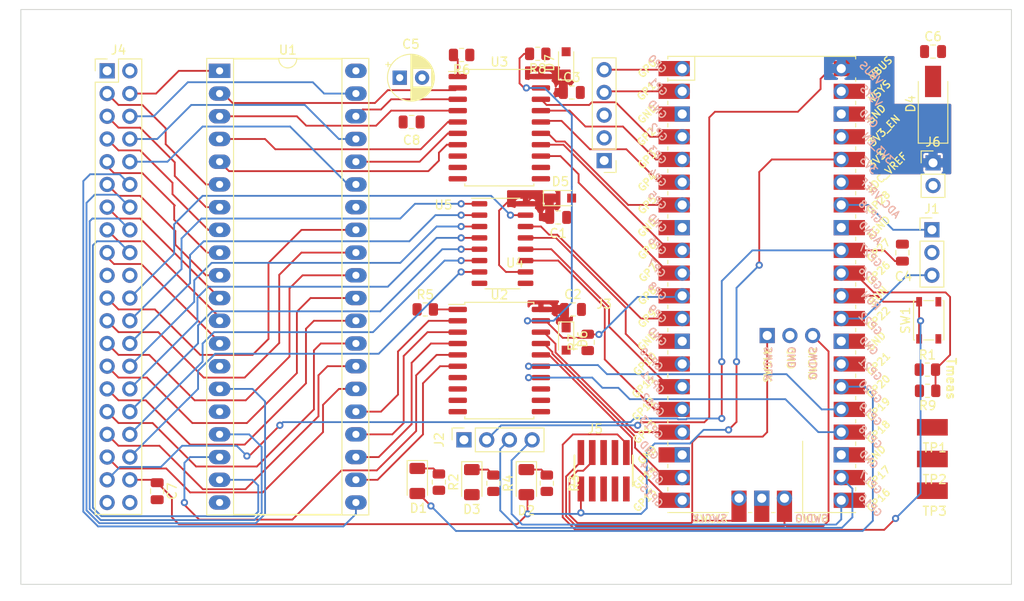
<source format=kicad_pcb>
(kicad_pcb (version 20211014) (generator pcbnew)
  (layers (0 "F.Cu" signal) (31 "B.Cu" signal) (34 "B.Paste" user) (35 "F.Paste" user) (36 "B.SilkS" user "B.Silkscreen") (37 "F.SilkS" user "F.Silkscreen") (38 "B.Mask" user) (39 "F.Mask" user) (44 "Edge.Cuts" user))
  (net 0 "")
  (net 1 "+5V")
  (net 2 "GND")
  (net 3 "+3V3")
  (net 4 "Net-(D1-Pad1)")
  (net 5 "/LED")
  (net 6 "Net-(D2-Pad1)")
  (net 7 "Net-(D3-Pad1)")
  (net 8 "+5VA")
  (net 9 "Net-(D5-Pad1)")
  (net 10 "/HID")
  (net 11 "/Serial")
  (net 12 "/OLED_SCL")
  (net 13 "/OLED_SDA")
  (net 16 "/RX_2040")
  (net 17 "/TX_2040")
  (net 18 "/COL0")
  (net 19 "/ROW0")
  (net 20 "/COL1")
  (net 21 "/ROW1")
  (net 22 "/COL2")
  (net 23 "/ROW2")
  (net 24 "/COL3")
  (net 25 "/ROW3")
  (net 26 "/COL4")
  (net 27 "/ROW4")
  (net 28 "/COL5")
  (net 29 "/ROW5")
  (net 30 "/COL6")
  (net 31 "/ROW6")
  (net 32 "/COL7")
  (net 33 "/ROW7")
  (net 36 "/COL8")
  (net 37 "/SH0")
  (net 38 "/COL9")
  (net 39 "/SH1")
  (net 40 "/COL10")
  (net 41 "/SH2")
  (net 42 "/COL11")
  (net 43 "/SH3")
  (net 44 "/COL12")
  (net 45 "/SH4")
  (net 46 "/COL13")
  (net 47 "/SH5")
  (net 48 "/COL14")
  (net 49 "/SH6")
  (net 50 "/COL15")
  (net 51 "/SH7")
  (net 52 "/ADID")
  (net 53 "/SWDIO")
  (net 54 "/SWCLK")
  (net 58 "/RUN")
  (net 59 "/TMEAS")
  (net 60 "Net-(R6-Pad2)")
  (net 61 "/245s_CE")
  (net 62 "/AY2")
  (net 63 "/RESET")
  (net 64 "/AX3")
  (net 65 "/AX0")
  (net 67 "/STROBE")
  (net 68 "/AX1")
  (net 69 "/AX2")
  (net 70 "/AY0")
  (net 71 "/AY1")
  (net 73 "/CS")
  (net 74 "/DATA")
  (net 75 "/rpAX2")
  (net 76 "/rpAX1")
  (net 77 "/rpAY0")
  (net 78 "/rpAY1")
  (net 79 "/rpAX0")
  (net 80 "/rpAX3")
  (net 81 "/rpRESET")
  (net 82 "/rpAY2")
  (net 83 "/rpCS")
  (net 84 "/rpDATA")
  (net 85 "/rpSTROBE")
  (net 86 "/595_DATA")
  (net 87 "/595_CLK")
  (net 88 "/595_Latch")
  (net 89 "/~{595_OE}")
  (net 90 "Net-(U3-Pad20)")
  (net 92 "Net-(R5-Pad2)")
  (net 95 "Net-(U2-Pad20)")
  (footprint "Connector_PinHeader_2.54mm:PinHeader_2x20_P2.54mm_Vertical" (layer "F.Cu") (at 112.644 61.0832)
    (fp_text reference "J4")
    (fp_text value "Conn_02x20_Odd_Even")
  )
  (footprint "Diode_SMD:D_SMA_Handsoldering" (layer "F.Cu") (at 204.978 64.77 90)
    (fp_text reference "D4")
    (fp_text value "SM4001")
  )
  (footprint "My Libraries:Harwin-S1751-46-Test-Point" (layer "F.Cu") (at 204.9018 100.9346)
    (fp_text reference "TP1")
    (fp_text value "TestPoint_Harwin")
  )
  (footprint "My Libraries:Harwin-S1751-46-Test-Point" (layer "F.Cu") (at 204.9018 108.0212)
    (fp_text reference "TP3")
    (fp_text value "TestPoint_Harwin")
  )
  (footprint "LED_SMD:LED_1206_3216Metric" (layer "F.Cu") (at 153.416 107.061 -90)
    (fp_text reference "D3")
    (fp_text value "+5V")
  )
  (footprint "Connector_PinHeader_2.54mm:PinHeader_1x03_P2.54mm_Vertical" (layer "F.Cu") (at 204.851 78.8516)
    (fp_text reference "J1")
    (fp_text value "Mode Select")
  )
  (footprint "Connector_PinHeader_2.54mm:PinHeader_1x02_P2.54mm_Vertical" (layer "F.Cu") (at 204.978 71.369)
    (fp_text reference "J6")
    (fp_text value "Pico VBUS")
  )
  (footprint "Resistor_SMD:R_0805_2012Metric" (layer "F.Cu") (at 204.343 94.488)
    (fp_text reference "R1")
    (fp_text value "1M")
  )
  (footprint "Capacitor_SMD:C_0805_2012Metric" (layer "F.Cu") (at 146.685 66.802)
    (fp_text reference "C8")
    (fp_text value "10u")
  )
  (footprint "Capacitor_SMD:C_0805_2012Metric" (layer "F.Cu") (at 163.068 77.47)
    (fp_text reference "C1")
    (fp_text value "10u")
  )
  (footprint "LED_SMD:LED_1206_3216Metric" (layer "F.Cu") (at 147.32 106.934 -90)
    (fp_text reference "D1")
    (fp_text value "L")
  )
  (footprint "Resistor_SMD:R_0805_2012Metric" (layer "F.Cu") (at 152.273 59.309 180)
    (fp_text reference "R6")
    (fp_text value "10k")
  )
  (footprint "Package_SO:SO-16_3.9x9.9mm_P1.27mm" (layer "F.Cu") (at 156.845 80.391)
    (fp_text reference "U5")
    (fp_text value "74HCT595-VERIFY-FOOTPRINT")
  )
  (footprint "Connector_PinSocket_2.54mm:PinSocket_1x04_P2.54mm_Vertical" (layer "F.Cu") (at 152.537 102.337 90)
    (fp_text reference "J2")
    (fp_text value "OLED Adapter")
  )
  (footprint "Button_Switch_SMD:SW_SPST_PTS810" (layer "F.Cu") (at 204.4954 88.9712 90)
    (fp_text reference "SW1")
    (fp_text value "Reset Pico")
  )
  (footprint "Resistor_SMD:R_0805_2012Metric" (layer "F.Cu") (at 149.733 107.061 -90)
    (fp_text reference "R2")
    (fp_text value "1k")
  )
  (footprint "Capacitor_SMD:C_0805_2012Metric" (layer "F.Cu") (at 164.719 87.757)
    (fp_text reference "C2")
    (fp_text value "10u")
  )
  (footprint "Resistor_SMD:R_0805_2012Metric" (layer "F.Cu") (at 155.829 107.188 -90)
    (fp_text reference "R4")
    (fp_text value "1k")
  )
  (footprint "LED_SMD:LED_1206_3216Metric" (layer "F.Cu") (at 159.512 107.061 -90)
    (fp_text reference "D2")
    (fp_text value "+3V3")
  )
  (footprint "FTSH-105-01-L-DV-K:SAMTEC_FTSH-105-XX-X-DV" (layer "F.Cu") (at 168.148 105.791)
    (fp_text reference "J5")
    (fp_text value "SWD")
  )
  (footprint "Resistor_SMD:R_0805_2012Metric" (layer "F.Cu") (at 166.37 91.44 90)
    (fp_text reference "R7")
    (fp_text value "10k")
  )
  (footprint "Package_SO:SOIC-20W_7.5x12.8mm_P1.27mm" (layer "F.Cu") (at 156.4894 93.472)
    (fp_text reference "U2")
    (fp_text value "74HCT245")
  )
  (footprint "Package_DIP:DIP-40_W15.24mm_Socket_LongPads" (layer "F.Cu") (at 125.217 61.0832)
    (fp_text reference "U1")
    (fp_text value "MT8816")
  )
  (footprint "Capacitor_SMD:C_0805_2012Metric" (layer "F.Cu") (at 204.978 58.928)
    (fp_text reference "C6")
    (fp_text value "10u")
  )
  (footprint "Connector_PinHeader_2.54mm:PinHeader_1x05_P2.54mm_Vertical" (layer "F.Cu") (at 168.2115 71.115 180)
    (fp_text reference "J3")
    (fp_text value "Serial")
  )
  (footprint "My Libraries:RPi_Pico_W_Combined_SMD_TH" (layer "F.Cu") (at 185.8264 84.9632)
    (fp_text reference "U4")
    (fp_text value "Pico")
  )
  (footprint "MountingHole:MountingHole_2.2mm_M2" (layer "F.Cu") (at 209.8294 56.1036)
    (fp_text reference "H2" hide)
    (fp_text value "MountingHole")
  )
  (footprint "MountingHole:MountingHole_2.2mm_M2" (layer "F.Cu") (at 210.0072 115.4888)
    (fp_text reference "H4" hide)
    (fp_text value "MountingHole")
  )
  (footprint "Resistor_SMD:R_0805_2012Metric" (layer "F.Cu") (at 161.798 107.188 -90)
    (fp_text reference "R3")
    (fp_text value "1k")
  )
  (footprint "Capacitor_SMD:C_0805_2012Metric" (layer "F.Cu") (at 118.237 108.077 -90)
    (fp_text reference "C7")
    (fp_text value "100n")
  )
  (footprint "MountingHole:MountingHole_2.2mm_M2" (layer "F.Cu") (at 106.4768 116.3066)
    (fp_text reference "H3" hide)
    (fp_text value "MountingHole")
  )
  (footprint "Resistor_SMD:R_0805_2012Metric" (layer "F.Cu") (at 160.782 59.182 180)
    (fp_text reference "R8")
    (fp_text value "10k")
  )
  (footprint "My Libraries:Harwin-S1751-46-Test-Point" (layer "F.Cu") (at 204.9018 104.4779)
    (fp_text reference "TP2")
    (fp_text value "TestPoint_Harwin")
  )
  (footprint "Diode_SMD:D_SOD-323_HandSoldering" (layer "F.Cu") (at 163.322 75.311)
    (fp_text reference "D5")
    (fp_text value "NSVR0320MW2T1G")
  )
  (footprint "Capacitor_SMD:C_0805_2012Metric" (layer "F.Cu") (at 164.592 63.5)
    (fp_text reference "C3")
    (fp_text value "10u")
  )
  (footprint "MountingHole:MountingHole_2.2mm_M2" (layer "F.Cu") (at 105.8164 56.9214)
    (fp_text reference "H1" hide)
    (fp_text value "MountingHole")
  )
  (footprint "Resistor_SMD:R_0805_2012Metric" (layer "F.Cu") (at 148.209 87.757)
    (fp_text reference "R5")
    (fp_text value "10k")
  )
  (footprint "Capacitor_SMD:C_0805_2012Metric" (layer "F.Cu") (at 201.549 81.407 90)
    (fp_text reference "C4")
    (fp_text value "100n")
  )
  (footprint "Diode_SMD:D_SOD-323_HandSoldering" (layer "F.Cu") (at 163.957 60.198 90)
    (fp_text reference "D7")
    (fp_text value "NSVR0320MW2T1G")
  )
  (footprint "Package_SO:SOIC-20W_7.5x12.8mm_P1.27mm" (layer "F.Cu") (at 156.4894 67.437)
    (fp_text reference "U3")
    (fp_text value "74HCT245")
  )
  (footprint "Resistor_SMD:R_0805_2012Metric" (layer "F.Cu") (at 204.3684 96.8552 180)
    (fp_text reference "R9")
    (fp_text value "1M")
  )
  (footprint "Capacitor_THT:CP_Radial_D5.0mm_P2.50mm" (layer "F.Cu") (at 145.352888 61.849)
    (fp_text reference "C5")
    (fp_text value "100u")
  )
  (footprint "Diode_SMD:D_SOD-323_HandSoldering" (layer "F.Cu") (at 163.957 91.059 -90)
    (fp_text reference "D6")
    (fp_text value "NSVR0320MW2T1G")
  )
  (gr_rect (start 102.997 54.229) (end 213.741 118.491) (layer "Edge.Cuts") (width 0.1) (fill none))
  (gr_text "Tmeas" (at 207.01 95.504 270) (layer "F.SilkS") (effects (font (size 1 1) (thickness 0.2))))
  (segment (start 120.65 111.76) (end 158.496 111.76) (width 0.2032) (layer "F.Cu") (net 3))
  (segment (start 115.184 106.8032) (end 117.9132 106.8032) (width 0.2032) (layer "F.Cu") (net 3))
  (segment (start 185.547 72.39) (end 186.944 70.993) (width 0.2032) (layer "F.Cu") (net 3))
  (segment (start 118.237 107.127) (end 119.888 108.778) (width 0.2032) (layer "F.Cu") (net 3))
  (segment (start 182.118 101.219) (end 183.007 100.33) (width 0.2032) (layer "F.Cu") (net 3))
  (segment (start 159.639 108.588) (end 159.639 110.617) (width 0.2032) (layer "F.Cu") (net 3))
  (segment (start 119.888 108.778) (end 119.888 110.998) (width 0.2032) (layer "F.Cu") (net 3))
  (segment (start 159.512 108.461) (end 159.639 108.588) (width 0.2032) (layer "F.Cu") (net 3))
  (segment (start 119.888 110.998) (end 120.65 111.76) (width 0.2032) (layer "F.Cu") (net 3))
  (segment (start 159.512 108.461) (end 159.639 108.334) (width 0.2032) (layer "F.Cu") (net 3))
  (segment (start 183.007 100.33) (end 183.007 93.599) (width 0.2032) (layer "F.Cu") (net 3))
  (segment (start 194.7162 70.993) (end 194.7164 70.9932) (width 0.2032) (layer "F.Cu") (net 3))
  (segment (start 165.608 110.49) (end 165.608 107.826) (width 0.2032) (layer "F.Cu") (net 3))
  (segment (start 117.9132 106.8032) (end 118.237 107.127) (width 0.2032) (layer "F.Cu") (net 3))
  (segment (start 185.547 82.804) (end 185.547 72.39) (width 0.2032) (layer "F.Cu") (net 3))
  (segment (start 159.639 108.334) (end 159.639 108.331) (width 0.2032) (layer "F.Cu") (net 3))
  (segment (start 158.496 111.76) (end 159.639 110.617) (width 0.2032) (layer "F.Cu") (net 3))
  (segment (start 186.944 70.993) (end 194.7162 70.993) (width 0.2032) (layer "F.Cu") (net 3))
  (via (at 159.639 110.617) (size 0.8) (drill 0.4) (layers "F.Cu" "B.Cu") (net 3))
  (via (at 165.608 110.49) (size 0.8) (drill 0.4) (layers "F.Cu" "B.Cu") (net 3))
  (via (at 182.118 101.219) (size 0.8) (drill 0.4) (layers "F.Cu" "B.Cu") (net 3))
  (via (at 183.007 93.599) (size 0.8) (drill 0.4) (layers "F.Cu" "B.Cu") (net 3))
  (via (at 185.547 82.804) (size 0.8) (drill 0.4) (layers "F.Cu" "B.Cu") (net 3))
  (segment (start 172.339 110.617) (end 172.974 109.982) (width 0.2032) (layer "B.Cu") (net 3))
  (segment (start 172.974 103.632) (end 173.863 102.743) (width 0.2032) (layer "B.Cu") (net 3))
  (segment (start 159.639 110.617) (end 165.481 110.617) (width 0.2032) (layer "B.Cu") (net 3))
  (segment (start 165.481 110.617) (end 165.608 110.49) (width 0.2032) (layer "B.Cu") (net 3))
  (segment (start 173.863 102.743) (end 177.8 102.743) (width 0.2032) (layer "B.Cu") (net 3))
  (segment (start 183.007 93.599) (end 183.007 85.344) (width 0.2032) (layer "B.Cu") (net 3))
  (segment (start 165.608 110.49) (end 165.735 110.617) (width 0.2032) (layer "B.Cu") (net 3))
  (segment (start 165.735 110.617) (end 172.339 110.617) (width 0.2032) (layer "B.Cu") (net 3))
  (segment (start 172.974 109.982) (end 172.974 103.632) (width 0.2032) (layer "B.Cu") (net 3))
  (segment (start 177.8 102.743) (end 179.324 101.219) (width 0.2032) (layer "B.Cu") (net 3))
  (segment (start 179.324 101.219) (end 182.118 101.219) (width 0.2032) (layer "B.Cu") (net 3))
  (segment (start 183.007 85.344) (end 185.547 82.804) (width 0.2032) (layer "B.Cu") (net 3))
  (segment (start 149.1185 105.534) (end 149.733 106.1485) (width 0.2032) (layer "F.Cu") (net 4))
  (segment (start 147.32 105.534) (end 149.1185 105.534) (width 0.2032) (layer "F.Cu") (net 4))
  (segment (start 147.45 108.334) (end 148.844 109.728) (width 0.2032) (layer "F.Cu") (net 5))
  (segment (start 147.32 108.334) (end 147.45 108.334) (width 0.2032) (layer "F.Cu") (net 5))
  (via (at 148.844 109.728) (size 0.8) (drill 0.4) (layers "F.Cu" "B.Cu") (net 5))
  (segment (start 197.3582 96.3932) (end 198.247 97.282) (width 0.2032) (layer "B.Cu") (net 5))
  (segment (start 151.638 112.522) (end 148.844 109.728) (width 0.2032) (layer "B.Cu") (net 5))
  (segment (start 194.7164 96.3932) (end 197.3582 96.3932) (width 0.2032) (layer "B.Cu") (net 5))
  (segment (start 198.247 111.379) (end 197.104 112.522) (width 0.2032) (layer "B.Cu") (net 5))
  (segment (start 197.104 112.522) (end 151.638 112.522) (width 0.2032) (layer "B.Cu") (net 5))
  (segment (start 198.247 97.282) (end 198.247 111.379) (width 0.2032) (layer "B.Cu") (net 5))
  (segment (start 161.1835 105.661) (end 161.798 106.2755) (width 0.2032) (layer "F.Cu") (net 6))
  (segment (start 159.512 105.661) (end 161.1835 105.661) (width 0.2032) (layer "F.Cu") (net 6))
  (segment (start 155.2145 105.661) (end 155.829 106.2755) (width 0.2032) (layer "F.Cu") (net 7))
  (segment (start 153.416 105.661) (end 155.2145 105.661) (width 0.2032) (layer "F.Cu") (net 7))
  (segment (start 193.5478 60.8332) (end 194.7164 60.8332) (width 0.2032) (layer "F.Cu") (net 8))
  (segment (start 189.865 65.659) (end 192.405 63.119) (width 0.2032) (layer "F.Cu") (net 8))
  (segment (start 179.959 66.294) (end 180.594 65.659) (width 0.2032) (layer "F.Cu") (net 8))
  (segment (start 180.594 65.659) (end 189.865 65.659) (width 0.2032) (layer "F.Cu") (net 8))
  (segment (start 171.958 100.711) (end 172.299311 100.369689) (width 0.2032) (layer "F.Cu") (net 8))
  (segment (start 192.405 61.976) (end 193.5478 60.8332) (width 0.2032) (layer "F.Cu") (net 8))
  (segment (start 179.411311 100.369689) (end 179.959 99.822) (width 0.2032) (layer "F.Cu") (net 8))
  (segment (start 179.959 99.822) (end 179.959 66.294) (width 0.2032) (layer "F.Cu") (net 8))
  (segment (start 192.405 63.119) (end 192.405 61.976) (width 0.2032) (layer "F.Cu") (net 8))
  (segment (start 172.299311 100.369689) (end 179.411311 100.369689) (width 0.2032) (layer "F.Cu") (net 8))
  (via (at 171.958 100.711) (size 0.8) (drill 0.4) (layers "F.Cu" "B.Cu") (net 8))
  (segment (start 156.703 100.711) (end 171.958 100.711) (width 0.2032) (layer "B.Cu") (net 8))
  (segment (start 155.077 102.337) (end 156.703 100.711) (width 0.2032) (layer "B.Cu") (net 8))
  (segment (start 162.072 75.311) (end 162.072 77.424) (width 0.2032) (layer "F.Cu") (net 9))
  (segment (start 162.072 77.424) (end 162.118 77.47) (width 0.2032) (layer "F.Cu") (net 9))
  (segment (start 156.464 76.708) (end 157.353 75.819) (width 0.2032) (layer "F.Cu") (net 9))
  (segment (start 160.055 75.311) (end 162.072 75.311) (width 0.2032) (layer "F.Cu") (net 9))
  (segment (start 159.42 75.946) (end 160.055 75.311) (width 0.2032) (layer "F.Cu") (net 9))
  (segment (start 159.42 83.566) (end 157.226 83.566) (width 0.2032) (layer "F.Cu") (net 9))
  (segment (start 157.226 83.566) (end 156.464 82.804) (width 0.2032) (layer "F.Cu") (net 9))
  (segment (start 157.353 75.819) (end 159.293 75.819) (width 0.2032) (layer "F.Cu") (net 9))
  (segment (start 159.293 75.819) (end 159.42 75.946) (width 0.2032) (layer "F.Cu") (net 9))
  (segment (start 156.464 82.804) (end 156.464 76.708) (width 0.2032) (layer "F.Cu") (net 9))
  (segment (start 197.7392 76.0732) (end 200.5176 78.8516) (width 0.2032) (layer "B.Cu") (net 10))
  (segment (start 194.7164 76.0732) (end 197.7392 76.0732) (width 0.2032) (layer "B.Cu") (net 10))
  (segment (start 200.5176 78.8516) (end 204.851 78.8516) (width 0.2032) (layer "B.Cu") (net 10))
  (segment (start 202.0724 83.9316) (end 204.851 83.9316) (width 0.2032) (layer "B.Cu") (net 11))
  (segment (start 197.2308 88.7732) (end 202.0724 83.9316) (width 0.2032) (layer "B.Cu") (net 11))
  (segment (start 194.7164 88.7732) (end 197.2308 88.7732) (width 0.2032) (layer "B.Cu") (net 11))
  (segment (start 195.961 107.7978) (end 195.961 110.998) (width 0.2032) (layer "B.Cu") (net 12))
  (segment (start 158.521889 112.166889) (end 156.591 110.236) (width 0.2032) (layer "B.Cu") (net 12))
  (segment (start 156.591 103.363) (end 157.617 102.337) (width 0.2032) (layer "B.Cu") (net 12))
  (segment (start 195.961 110.998) (end 194.792111 112.166889) (width 0.2032) (layer "B.Cu") (net 12))
  (segment (start 194.792111 112.166889) (end 158.521889 112.166889) (width 0.2032) (layer "B.Cu") (net 12))
  (segment (start 156.591 110.236) (end 156.591 103.363) (width 0.2032) (layer "B.Cu") (net 12))
  (segment (start 194.7164 106.5532) (end 195.961 107.7978) (width 0.2032) (layer "B.Cu") (net 12))
  (segment (start 194.7164 111.2266) (end 194.131222 111.811778) (width 0.2032) (layer "B.Cu") (net 13))
  (segment (start 157.861 110.617) (end 157.861 104.633) (width 0.2032) (layer "B.Cu") (net 13))
  (segment (start 157.861 104.633) (end 160.157 102.337) (width 0.2032) (layer "B.Cu") (net 13))
  (segment (start 194.131222 111.811778) (end 159.055778 111.811778) (width 0.2032) (layer "B.Cu") (net 13))
  (segment (start 194.7164 109.0932) (end 194.7164 111.2266) (width 0.2032) (layer "B.Cu") (net 13))
  (segment (start 159.055778 111.811778) (end 157.861 110.617) (width 0.2032) (layer "B.Cu") (net 13))
  (segment (start 176.9364 63.3732) (end 168.3333 63.3732) (width 0.2032) (layer "F.Cu") (net 16))
  (segment (start 168.3333 63.3732) (end 168.2115 63.495) (width 0.2032) (layer "F.Cu") (net 16))
  (segment (start 176.9364 60.8332) (end 176.8146 60.955) (width 0.2032) (layer "F.Cu") (net 17))
  (segment (start 176.8146 60.955) (end 168.2115 60.955) (width 0.2032) (layer "F.Cu") (net 17))
  (segment (start 130.683 82.55) (end 134.3698 78.8632) (width 0.2032) (layer "F.Cu") (net 18))
  (segment (start 113.9178 87.757) (end 117.983 87.757) (width 0.2032) (layer "F.Cu") (net 18))
  (segment (start 117.983 87.757) (end 123.063 92.837) (width 0.2032) (layer "F.Cu") (net 18))
  (segment (start 134.3698 78.8632) (end 140.457 78.8632) (width 0.2032) (layer "F.Cu") (net 18))
  (segment (start 130.683 91.059) (end 130.683 82.55) (width 0.2032) (layer "F.Cu") (net 18))
  (segment (start 128.905 92.837) (end 130.683 91.059) (width 0.2032) (layer "F.Cu") (net 18))
  (segment (start 123.063 92.837) (end 128.905 92.837) (width 0.2032) (layer "F.Cu") (net 18))
  (segment (start 112.644 86.4832) (end 113.9178 87.757) (width 0.2032) (layer "F.Cu") (net 18))
  (segment (start 119.38 71.247) (end 119.3762 71.2432) (width 0.2032) (layer "B.Cu") (net 19))
  (segment (start 133.096 67.31) (end 123.317 67.31) (width 0.2032) (layer "B.Cu") (net 19))
  (segment (start 140.457 73.7832) (end 139.5692 73.7832) (width 0.2032) (layer "B.Cu") (net 19))
  (segment (start 139.5692 73.7832) (end 133.096 67.31) (width 0.2032) (layer "B.Cu") (net 19))
  (segment (start 123.317 67.31) (end 119.38 71.247) (width 0.2032) (layer "B.Cu") (net 19))
  (segment (start 119.3762 71.2432) (end 115.184 71.2432) (width 0.2032) (layer "B.Cu") (net 19))
  (segment (start 140.457 81.4032) (end 134.3698 81.4032) (width 0.2032) (layer "F.Cu") (net 20))
  (segment (start 123.444 95.377) (end 118.364 90.297) (width 0.2032) (layer "F.Cu") (net 20))
  (segment (start 131.8851 83.8879) (end 131.8851 91.5079) (width 0.2032) (layer "F.Cu") (net 20))
  (segment (start 118.364 90.297) (end 113.9178 90.297) (width 0.2032) (layer "F.Cu") (net 20))
  (segment (start 128.016 95.377) (end 123.444 95.377) (width 0.2032) (layer "F.Cu") (net 20))
  (segment (start 113.9178 90.297) (end 112.644 89.0232) (width 0.2032) (layer "F.Cu") (net 20))
  (segment (start 131.8851 91.5079) (end 128.016 95.377) (width 0.2032) (layer "F.Cu") (net 20))
  (segment (start 134.3698 81.4032) (end 131.8851 83.8879) (width 0.2032) (layer "F.Cu") (net 20))
  (segment (start 140.457 68.7032) (end 138.5532 68.7032) (width 0.2032) (layer "B.Cu") (net 21))
  (segment (start 118.2408 68.7032) (end 115.184 68.7032) (width 0.2032) (layer "B.Cu") (net 21))
  (segment (start 134.747 64.897) (end 122.047 64.897) (width 0.2032) (layer "B.Cu") (net 21))
  (segment (start 122.047 64.897) (end 118.2408 68.7032) (width 0.2032) (layer "B.Cu") (net 21))
  (segment (start 138.5532 68.7032) (end 134.747 64.897) (width 0.2032) (layer "B.Cu") (net 21))
  (segment (start 140.457 83.9432) (end 134.4968 83.9432) (width 0.2032) (layer "F.Cu") (net 22))
  (segment (start 133.0325 85.4075) (end 133.0325 93.0275) (width 0.2032) (layer "F.Cu") (net 22))
  (segment (start 113.9178 92.837) (end 112.644 91.5632) (width 0.2032) (layer "F.Cu") (net 22))
  (segment (start 134.4968 83.9432) (end 133.0325 85.4075) (width 0.2032) (layer "F.Cu") (net 22))
  (segment (start 122.428 97.917) (end 117.348 92.837) (width 0.2032) (layer "F.Cu") (net 22))
  (segment (start 117.348 92.837) (end 113.9178 92.837) (width 0.2032) (layer "F.Cu") (net 22))
  (segment (start 133.0325 93.0275) (end 128.143 97.917) (width 0.2032) (layer "F.Cu") (net 22))
  (segment (start 128.143 97.917) (end 122.428 97.917) (width 0.2032) (layer "F.Cu") (net 22))
  (segment (start 136.9022 63.6232) (end 135.636 62.357) (width 0.2032) (layer "B.Cu") (net 23))
  (segment (start 140.457 63.6232) (end 136.9022 63.6232) (width 0.2032) (layer "B.Cu") (net 23))
  (segment (start 135.636 62.357) (end 121.666 62.357) (width 0.2032) (layer "B.Cu") (net 23))
  (segment (start 117.8598 66.1632) (end 115.184 66.1632) (width 0.2032) (layer "B.Cu") (net 23))
  (segment (start 121.666 62.357) (end 117.8598 66.1632) (width 0.2032) (layer "B.Cu") (net 23))
  (segment (start 122.174 100.457) (end 117.094 95.377) (width 0.2032) (layer "F.Cu") (net 24))
  (segment (start 133.858 94.869) (end 128.27 100.457) (width 0.2032) (layer "F.Cu") (net 24))
  (segment (start 140.457 86.4832) (end 135.3858 86.4832) (width 0.2032) (layer "F.Cu") (net 24))
  (segment (start 117.094 95.377) (end 113.9178 95.377) (width 0.2032) (layer "F.Cu") (net 24))
  (segment (start 133.858 88.011) (end 133.858 94.869) (width 0.2032) (layer "F.Cu") (net 24))
  (segment (start 128.27 100.457) (end 122.174 100.457) (width 0.2032) (layer "F.Cu") (net 24))
  (segment (start 135.3858 86.4832) (end 133.858 88.011) (width 0.2032) (layer "F.Cu") (net 24))
  (segment (start 113.9178 95.377) (end 112.644 94.1032) (width 0.2032) (layer "F.Cu") (net 24))
  (segment (start 115.184 63.6232) (end 118.1138 63.6232) (width 0.2032) (layer "F.Cu") (net 25))
  (segment (start 118.1138 63.6232) (end 120.6538 61.0832) (width 0.2032) (layer "F.Cu") (net 25))
  (segment (start 120.6538 61.0832) (end 125.217 61.0832) (width 0.2032) (layer "F.Cu") (net 25))
  (segment (start 121.92 102.87) (end 116.967 97.917) (width 0.2032) (layer "F.Cu") (net 26))
  (segment (start 134.874 89.916) (end 134.874 96.012) (width 0.2032) (layer "F.Cu") (net 26))
  (segment (start 140.457 89.0232) (end 135.7668 89.0232) (width 0.2032) (layer "F.Cu") (net 26))
  (segment (start 128.016 102.87) (end 121.92 102.87) (width 0.2032) (layer "F.Cu") (net 26))
  (segment (start 113.9178 97.917) (end 112.644 96.6432) (width 0.2032) (layer "F.Cu") (net 26))
  (segment (start 116.967 97.917) (end 113.9178 97.917) (width 0.2032) (layer "F.Cu") (net 26))
  (segment (start 134.874 96.012) (end 128.016 102.87) (width 0.2032) (layer "F.Cu") (net 26))
  (segment (start 135.7668 89.0232) (end 134.874 89.916) (width 0.2032) (layer "F.Cu") (net 26))
  (segment (start 109.982 110.363) (end 111.633 112.014) (width 0.2032) (layer "B.Cu") (net 27))
  (segment (start 110.744 72.644) (end 109.982 73.406) (width 0.2032) (layer "B.Cu") (net 27))
  (segment (start 115.184 73.7832) (end 114.0448 72.644) (width 0.2032) (layer "B.Cu") (net 27))
  (segment (start 111.633 112.014) (end 139.055 112.014) (width 0.2032) (layer "B.Cu") (net 27))
  (segment (start 114.0448 72.644) (end 110.744 72.644) (width 0.2032) (layer "B.Cu") (net 27))
  (segment (start 139.055 112.014) (end 140.457 110.612) (width 0.2032) (layer "B.Cu") (net 27))
  (segment (start 109.982 73.406) (end 109.982 110.363) (width 0.2032) (layer "B.Cu") (net 27))
  (segment (start 140.457 110.612) (end 140.457 109.3432) (width 0.2032) (layer "B.Cu") (net 27))
  (segment (start 117.729 100.457) (end 113.9178 100.457) (width 0.2032) (layer "F.Cu") (net 28))
  (segment (start 135.763 92.329) (end 135.763 98.933) (width 0.2032) (layer "F.Cu") (net 28))
  (segment (start 122.58872 105.31672) (end 117.729 100.457) (width 0.2032) (layer "F.Cu") (net 28))
  (segment (start 135.763 98.933) (end 129.37928 105.31672) (width 0.2032) (layer "F.Cu") (net 28))
  (segment (start 129.37928 105.31672) (end 122.58872 105.31672) (width 0.2032) (layer "F.Cu") (net 28))
  (segment (start 140.457 91.5632) (end 136.5288 91.5632) (width 0.2032) (layer "F.Cu") (net 28))
  (segment (start 113.9178 100.457) (end 112.644 99.1832) (width 0.2032) (layer "F.Cu") (net 28))
  (segment (start 136.5288 91.5632) (end 135.763 92.329) (width 0.2032) (layer "F.Cu") (net 28))
  (segment (start 111.506 80.137) (end 111.047333 80.595667) (width 0.2032) (layer "B.Cu") (net 29))
  (segment (start 129.54 110.363) (end 129.54 107.442) (width 0.2032) (layer "B.Cu") (net 29))
  (segment (start 111.047333 109.921727) (end 111.996606 110.871) (width 0.2032) (layer "B.Cu") (net 29))
  (segment (start 111.996606 110.871) (end 129.032 110.871) (width 0.2032) (layer "B.Cu") (net 29))
  (segment (start 115.184 81.4032) (end 113.9178 80.137) (width 0.2032) (layer "B.Cu") (net 29))
  (segment (start 113.9178 80.137) (end 111.506 80.137) (width 0.2032) (layer "B.Cu") (net 29))
  (segment (start 128.9012 106.8032) (end 125.217 106.8032) (width 0.2032) (layer "B.Cu") (net 29))
  (segment (start 129.54 107.442) (end 128.9012 106.8032) (width 0.2032) (layer "B.Cu") (net 29))
  (segment (start 111.047333 80.595667) (end 111.047333 109.921727) (width 0.2032) (layer "B.Cu") (net 29))
  (segment (start 129.032 110.871) (end 129.54 110.363) (width 0.2032) (layer "B.Cu") (net 29))
  (segment (start 125.217 78.8632) (end 123.9482 78.8632) (width 0.2032) (layer "F.Cu") (net 30))
  (segment (start 116.3308 69.977) (end 113.9178 69.977) (width 0.2032) (layer "F.Cu") (net 30))
  (segment (start 123.9482 78.8632) (end 119.9509 74.8659) (width 0.2032) (layer "F.Cu") (net 30))
  (segment (start 119.9509 73.5971) (end 116.3308 69.977) (width 0.2032) (layer "F.Cu") (net 30))
  (segment (start 119.9509 74.8659) (end 119.9509 73.5971) (width 0.2032) (layer "F.Cu") (net 30))
  (segment (start 113.9178 69.977) (end 112.644 68.7032) (width 0.2032) (layer "F.Cu") (net 30))
  (segment (start 129.11302 111.303778) (end 111.927182 111.303778) (width 0.2032) (layer "B.Cu") (net 31))
  (segment (start 125.217 101.7232) (end 128.5202 101.7232) (width 0.2032) (layer "B.Cu") (net 31))
  (segment (start 129.921 103.124) (end 129.921 110.495798) (width 0.2032) (layer "B.Cu") (net 31))
  (segment (start 129.921 110.495798) (end 129.11302 111.303778) (width 0.2032) (layer "B.Cu") (net 31))
  (segment (start 110.692222 110.068818) (end 110.692222 77.902778) (width 0.2032) (layer "B.Cu") (net 31))
  (segment (start 113.9178 77.597) (end 115.184 78.8632) (width 0.2032) (layer "B.Cu") (net 31))
  (segment (start 110.998 77.597) (end 113.9178 77.597) (width 0.2032) (layer "B.Cu") (net 31))
  (segment (start 110.692222 77.902778) (end 110.998 77.597) (width 0.2032) (layer "B.Cu") (net 31))
  (segment (start 111.927182 111.303778) (end 110.692222 110.068818) (width 0.2032) (layer "B.Cu") (net 31))
  (segment (start 128.5202 101.7232) (end 129.921 103.124) (width 0.2032) (layer "B.Cu") (net 31))
  (segment (start 123.8212 81.4032) (end 120.142 77.724) (width 0.2032) (layer "F.Cu") (net 32))
  (segment (start 113.411 72.517) (end 112.644 71.75) (width 0.2032) (layer "F.Cu") (net 32))
  (segment (start 112.644 71.75) (end 112.644 71.2432) (width 0.2032) (layer "F.Cu") (net 32))
  (segment (start 120.142 76.2) (end 120.2055 76.1365) (width 0.2032) (layer "F.Cu") (net 32))
  (segment (start 120.2055 76.1365) (end 116.586 72.517) (width 0.2032) (layer "F.Cu") (net 32))
  (segment (start 116.586 72.517) (end 113.411 72.517) (width 0.2032) (layer "F.Cu") (net 32))
  (segment (start 125.217 81.4032) (end 123.8212 81.4032) (width 0.2032) (layer "F.Cu") (net 32))
  (segment (start 120.142 77.724) (end 120.142 76.2) (width 0.2032) (layer "F.Cu") (net 32))
  (segment (start 125.217 96.6432) (end 128.9012 96.6432) (width 0.2032) (layer "B.Cu") (net 33))
  (segment (start 113.7908 74.93) (end 115.184 76.3232) (width 0.2032) (layer "B.Cu") (net 33))
  (segment (start 110.337111 75.844889) (end 111.252 74.93) (width 0.2032) (layer "B.Cu") (net 33))
  (segment (start 130.302 98.044) (end 130.302 110.617) (width 0.2032) (layer "B.Cu") (net 33))
  (segment (start 128.9012 96.6432) (end 130.302 98.044) (width 0.2032) (layer "B.Cu") (net 33))
  (segment (start 111.780091 111.658889) (end 110.337111 110.215909) (width 0.2032) (layer "B.Cu") (net 33))
  (segment (start 111.252 74.93) (end 113.7908 74.93) (width 0.2032) (layer "B.Cu") (net 33))
  (segment (start 129.260111 111.658889) (end 111.780091 111.658889) (width 0.2032) (layer "B.Cu") (net 33))
  (segment (start 130.302 110.617) (end 129.260111 111.658889) (width 0.2032) (layer "B.Cu") (net 33))
  (segment (start 110.337111 110.215909) (end 110.337111 75.844889) (width 0.2032) (layer "B.Cu") (net 33))
  (segment (start 125.217 83.9432) (end 123.6942 83.9432) (width 0.2032) (layer "F.Cu") (net 36))
  (segment (start 113.9178 75.057) (end 112.644 73.7832) (width 0.2032) (layer "F.Cu") (net 36))
  (segment (start 120.2684 78.9946) (end 116.3308 75.057) (width 0.2032) (layer "F.Cu") (net 36))
  (segment (start 123.6942 83.9432) (end 120.2684 80.5174) (width 0.2032) (layer "F.Cu") (net 36))
  (segment (start 116.3308 75.057) (end 113.9178 75.057) (width 0.2032) (layer "F.Cu") (net 36))
  (segment (start 120.2684 80.5174) (end 120.2684 78.9946) (width 0.2032) (layer "F.Cu") (net 36))
  (segment (start 159.42 77.216) (end 157.734 77.216) (width 0.2032) (layer "F.Cu") (net 37))
  (via (at 157.734 77.216) (size 0.8) (drill 0.4) (layers "F.Cu" "B.Cu") (net 37))
  (segment (start 157.734 77.216) (end 155.575 75.057) (width 0.2032) (layer "B.Cu") (net 37))
  (segment (start 123.317 75.057) (end 120.1376 78.2364) (width 0.2032) (layer "B.Cu") (net 37))
  (segment (start 120.1376 78.2364) (end 120.1376 81.5296) (width 0.2032) (layer "B.Cu") (net 37))
  (segment (start 155.575 75.057) (end 123.317 75.057) (width 0.2032) (layer "B.Cu") (net 37))
  (segment (start 120.1376 81.5296) (end 115.184 86.4832) (width 0.2032) (layer "B.Cu") (net 37))
  (segment (start 113.9178 77.597) (end 112.644 76.3232) (width 0.2032) (layer "F.Cu") (net 38))
  (segment (start 125.217 86.4832) (end 116.3308 77.597) (width 0.2032) (layer "F.Cu") (net 38))
  (segment (start 116.3308 77.597) (end 113.9178 77.597) (width 0.2032) (layer "F.Cu") (net 38))
  (segment (start 152.2222 75.946) (end 154.27 75.946) (width 0.2032) (layer "F.Cu") (net 39))
  (segment (start 154.143 75.819) (end 154.27 75.946) (width 0.2032) (layer "F.Cu") (net 39))
  (via locked (at 152.2222 75.946) (size 0.8) (drill 0.4) (layers "F.Cu" "B.Cu") (net 39))
  (segment (start 120.9631 83.2441) (end 115.184 89.0232) (width 0.2032) (layer "B.Cu") (net 39))
  (segment (start 147.066 75.946) (end 145.415 77.597) (width 0.2032) (layer "B.Cu") (net 39))
  (segment (start 152.2222 75.819) (end 152.0952 75.946) (width 0.2032) (layer "B.Cu") (net 39))
  (segment (start 145.415 77.597) (end 123.19 77.597) (width 0.2032) (layer "B.Cu") (net 39))
  (segment (start 120.9631 79.8239) (end 120.9631 83.2441) (width 0.2032) (layer "B.Cu") (net 39))
  (segment (start 152.2222 75.946) (end 147.066 75.946) (width 0.2032) (layer "B.Cu") (net 39))
  (segment (start 123.19 77.597) (end 120.9631 79.8239) (width 0.2032) (layer "B.Cu") (net 39))
  (segment (start 125.217 88.641) (end 116.713 80.137) (width 0.2032) (layer "F.Cu") (net 40))
  (segment (start 116.713 80.137) (end 113.9178 80.137) (width 0.2032) (layer "F.Cu") (net 40))
  (segment (start 125.217 89.0232) (end 125.217 88.641) (width 0.2032) (layer "F.Cu") (net 40))
  (segment (start 113.9178 80.137) (end 112.644 78.8632) (width 0.2032) (layer "F.Cu") (net 40))
  (segment (start 152.2222 77.216) (end 154.27 77.216) (width 0.2032) (layer "F.Cu") (net 41))
  (via locked (at 152.2222 77.216) (size 0.8) (drill 0.4) (layers "F.Cu" "B.Cu") (net 41))
  (segment (start 115.184 91.5632) (end 121.9156 84.8316) (width 0.2032) (layer "B.Cu") (net 41))
  (segment (start 149.352 77.216) (end 146.431 80.137) (width 0.2032) (layer "B.Cu") (net 41))
  (segment (start 146.431 80.137) (end 123.444 80.137) (width 0.2032) (layer "B.Cu") (net 41))
  (segment (start 152.2222 77.216) (end 149.352 77.216) (width 0.2032) (layer "B.Cu") (net 41))
  (segment (start 123.444 80.137) (end 121.9156 81.6654) (width 0.2032) (layer "B.Cu") (net 41))
  (segment (start 121.9156 81.6654) (end 121.9156 84.8316) (width 0.2032) (layer "B.Cu") (net 41))
  (segment (start 112.644 81.91) (end 112.644 81.4032) (width 0.2032) (layer "F.Cu") (net 42))
  (segment (start 125.217 91.435) (end 116.459 82.677) (width 0.2032) (layer "F.Cu") (net 42))
  (segment (start 125.217 91.5632) (end 125.217 91.435) (width 0.2032) (layer "F.Cu") (net 42))
  (segment (start 113.411 82.677) (end 112.644 81.91) (width 0.2032) (layer "F.Cu") (net 42))
  (segment (start 116.459 82.677) (end 113.411 82.677) (width 0.2032) (layer "F.Cu") (net 42))
  (segment (start 152.2222 78.486) (end 154.27 78.486) (width 0.2032) (layer "F.Cu") (net 43))
  (segment (start 152.0952 78.486) (end 151.9682 78.613) (width 0.2032) (layer "F.Cu") (net 43))
  (via locked (at 152.2222 78.486) (size 0.8) (drill 0.4) (layers "F.Cu" "B.Cu") (net 43))
  (segment (start 152.2222 78.486) (end 149.479 78.486) (width 0.2032) (layer "B.Cu") (net 43))
  (segment (start 149.479 78.486) (end 145.415 82.55) (width 0.2032) (layer "B.Cu") (net 43))
  (segment (start 151.8412 78.486) (end 151.9682 78.613) (width 0.2032) (layer "B.Cu") (net 43))
  (segment (start 122.385989 86.901211) (end 115.184 94.1032) (width 0.2032) (layer "B.Cu") (net 43))
  (segment (start 145.415 82.55) (end 124.333 82.55) (width 0.2032) (layer "B.Cu") (net 43))
  (segment (start 122.385989 84.497011) (end 122.385989 86.901211) (width 0.2032) (layer "B.Cu") (net 43))
  (segment (start 124.333 82.55) (end 122.385989 84.497011) (width 0.2032) (layer "B.Cu") (net 43))
  (segment (start 140.457 94.1032) (end 137.2908 94.1032) (width 0.2032) (layer "F.Cu") (net 44))
  (segment (start 118.491 102.997) (end 113.9178 102.997) (width 0.2032) (layer "F.Cu") (net 44))
  (segment (start 128.115078 107.85672) (end 123.35072 107.85672) (width 0.2032) (layer "F.Cu") (net 44))
  (segment (start 123.35072 107.85672) (end 118.491 102.997) (width 0.2032) (layer "F.Cu") (net 44))
  (segment (start 136.271 95.123) (end 136.271 99.700798) (width 0.2032) (layer "F.Cu") (net 44))
  (segment (start 137.2908 94.1032) (end 136.271 95.123) (width 0.2032) (layer "F.Cu") (net 44))
  (segment (start 136.271 99.700798) (end 128.115078 107.85672) (width 0.2032) (layer "F.Cu") (net 44))
  (segment (start 113.9178 102.997) (end 112.644 101.7232) (width 0.2032) (layer "F.Cu") (net 44))
  (segment (start 152.2222 79.756) (end 154.27 79.756) (width 0.2032) (layer "F.Cu") (net 45))
  (via locked (at 152.2222 79.756) (size 0.8) (drill 0.4) (layers "F.Cu" "B.Cu") (net 45))
  (segment (start 115.184 96.6432) (end 122.7411 89.0861) (width 0.2032) (layer "B.Cu") (net 45))
  (segment (start 122.7411 89.0861) (end 122.7411 86.4279) (width 0.2032) (layer "B.Cu") (net 45))
  (segment (start 123.952 85.217) (end 144.018 85.217) (width 0.2032) (layer "B.Cu") (net 45))
  (segment (start 149.479 79.756) (end 152.2222 79.756) (width 0.2032) (layer "B.Cu") (net 45))
  (segment (start 144.018 85.217) (end 149.479 79.756) (width 0.2032) (layer "B.Cu") (net 45))
  (segment (start 122.7411 86.4279) (end 123.952 85.217) (width 0.2032) (layer "B.Cu") (net 45))
  (segment (start 136.779 101.473) (end 136.779 98.425) (width 0.2032) (layer "F.Cu") (net 46))
  (segment (start 119.253 105.537) (end 121.927831 108.211831) (width 0.2032) (layer "F.Cu") (net 46))
  (segment (start 113.9178 105.537) (end 119.253 105.537) (width 0.2032) (layer "F.Cu") (net 46))
  (segment (start 138.5608 96.6432) (end 140.457 96.6432) (width 0.2032) (layer "F.Cu") (net 46))
  (segment (start 112.644 104.2632) (end 113.9178 105.537) (width 0.2032) (layer "F.Cu") (net 46))
  (segment (start 136.779 98.425) (end 138.5608 96.6432) (width 0.2032) (layer "F.Cu") (net 46))
  (segment (start 130.040169 108.211831) (end 136.779 101.473) (width 0.2032) (layer "F.Cu") (net 46))
  (segment (start 121.927831 108.211831) (end 130.040169 108.211831) (width 0.2032) (layer "F.Cu") (net 46))
  (segment (start 152.2222 81.026) (end 154.27 81.026) (width 0.2032) (layer "F.Cu") (net 47))
  (segment (start 154.143 80.899) (end 154.27 81.026) (width 0.2032) (layer "F.Cu") (net 47))
  (via locked (at 152.2222 81.026) (size 0.8) (drill 0.4) (layers "F.Cu" "B.Cu") (net 47))
  (segment (start 124.380618 87.96968) (end 122.809 89.541298) (width 0.2032) (layer "B.Cu") (net 47))
  (segment (start 122.809 89.541298) (end 122.809 91.5582) (width 0.2032) (layer "B.Cu") (net 47))
  (segment (start 115.184 99.1832) (end 122.3601 92.0071) (width 0.2032) (layer "B.Cu") (net 47))
  (segment (start 122.809 91.5582) (end 122.3601 92.0071) (width 0.2032) (layer "B.Cu") (net 47))
  (segment (start 151.9682 81.026) (end 152.0952 80.899) (width 0.2032) (layer "B.Cu") (net 47))
  (segment (start 152.2222 81.026) (end 150.114 81.026) (width 0.2032) (layer "B.Cu") (net 47))
  (segment (start 143.17032 87.96968) (end 124.380618 87.96968) (width 0.2032) (layer "B.Cu") (net 47))
  (segment (start 150.114 81.026) (end 143.17032 87.96968) (width 0.2032) (layer "B.Cu") (net 47))
  (segment (start 119.1895 69.2785) (end 119.1895 67.5005) (width 0.2032) (layer "F.Cu") (net 48))
  (segment (start 113.9178 64.897) (end 112.644 63.6232) (width 0.2032) (layer "F.Cu") (net 48))
  (segment (start 125.217 73.7832) (end 123.6942 73.7832) (width 0.2032) (layer "F.Cu") (net 48))
  (segment (start 123.6942 73.7832) (end 119.1895 69.2785) (width 0.2032) (layer "F.Cu") (net 48))
  (segment (start 116.586 64.897) (end 113.9178 64.897) (width 0.2032) (layer "F.Cu") (net 48))
  (segment (start 119.1895 67.5005) (end 116.586 64.897) (width 0.2032) (layer "F.Cu") (net 48))
  (segment (start 152.2222 82.296) (end 154.27 82.296) (width 0.2032) (layer "F.Cu") (net 49))
  (via locked (at 152.2222 82.296) (size 0.8) (drill 0.4) (layers "F.Cu" "B.Cu") (net 49))
  (segment (start 123.317 91.573298) (end 123.317 93.5902) (width 0.2032) (layer "B.Cu") (net 49))
  (segment (start 115.184 101.7232) (end 122.7411 94.1661) (width 0.2032) (layer "B.Cu") (net 49))
  (segment (start 151.9682 82.296) (end 152.2222 82.042) (width 0.2032) (layer "B.Cu") (net 49))
  (segment (start 152.2222 82.296) (end 150.368 82.296) (width 0.2032) (layer "B.Cu") (net 49))
  (segment (start 150.368 82.296) (end 142.367 90.297) (width 0.2032) (layer "B.Cu") (net 49))
  (segment (start 142.367 90.297) (end 124.593298 90.297) (width 0.2032) (layer "B.Cu") (net 49))
  (segment (start 124.593298 90.297) (end 123.317 91.573298) (width 0.2032) (layer "B.Cu") (net 49))
  (segment (start 123.317 93.5902) (end 122.7411 94.1661) (width 0.2032) (layer "B.Cu") (net 49))
  (segment (start 120.2049 72.8339) (end 120.2049 71.3111) (width 0.2032) (layer "F.Cu") (net 50))
  (segment (start 120.2049 71.3111) (end 116.3308 67.437) (width 0.2032) (layer "F.Cu") (net 50))
  (segment (start 113.9178 67.437) (end 112.644 66.1632) (width 0.2032) (layer "F.Cu") (net 50))
  (segment (start 123.6942 76.3232) (end 120.2049 72.8339) (width 0.2032) (layer "F.Cu") (net 50))
  (segment (start 125.217 76.3232) (end 123.6942 76.3232) (width 0.2032) (layer "F.Cu") (net 50))
  (segment (start 116.3308 67.437) (end 113.9178 67.437) (width 0.2032) (layer "F.Cu") (net 50))
  (segment (start 152.2222 83.566) (end 154.27 83.566) (width 0.2032) (layer "F.Cu") (net 51))
  (segment (start 154.143 83.693) (end 154.27 83.566) (width 0.2032) (layer "F.Cu") (net 51))
  (via locked (at 152.2222 83.566) (size 0.8) (drill 0.4) (layers "F.Cu" "B.Cu") (net 51))
  (segment (start 121.6069 97.8491) (end 121.5981 97.8491) (width 0.2032) (layer "B.Cu") (net 51))
  (segment (start 152.146 83.566) (end 143.002 92.71) (width 0.2032) (layer "B.Cu") (net 51))
  (segment (start 143.002 92.71) (end 124.720298 92.71) (width 0.2032) (layer "B.Cu") (net 51))
  (segment (start 124.720298 92.71) (end 122.809 94.621298) (width 0.2032) (layer "B.Cu") (net 51))
  (segment (start 152.2222 83.566) (end 152.146 83.566) (width 0.2032) (layer "B.Cu") (net 51))
  (segment (start 122.809 96.647) (end 121.6069 97.8491) (width 0.2032) (layer "B.Cu") (net 51))
  (segment (start 122.809 94.621298) (end 122.809 96.647) (width 0.2032) (layer "B.Cu") (net 51))
  (segment (start 115.184 104.2632) (end 121.5981 97.8491) (width 0.2032) (layer "B.Cu") (net 51))
  (segment (start 152.0952 83.566) (end 152.2222 83.693) (width 0.2032) (layer "B.Cu") (net 51))
  (segment (start 128.27 104.14) (end 128.524 104.14) (width 0.2032) (layer "F.Cu") (net 52))
  (segment (start 194.7164 81.1532) (end 199.5172 81.1532) (width 0.2032) (layer "F.Cu") (net 52))
  (segment (start 181.356 99.949) (end 181.356 93.599) (width 0.2032) (layer "F.Cu") (net 52))
  (segment (start 200.721 82.357) (end 201.549 82.357) (width 0.2032) (layer "F.Cu") (net 52))
  (segment (start 199.5172 81.1532) (end 200.721 82.357) (width 0.2032) (layer "F.Cu") (net 52))
  (segment (start 128.524 104.14) (end 131.953 100.711) (width 0.2032) (layer "F.Cu") (net 52))
  (via (at 131.953 100.711) (size 0.8) (drill 0.4) (layers "F.Cu" "B.Cu") (net 52))
  (via (at 128.27 104.14) (size 0.8) (drill 0.4) (layers "F.Cu" "B.Cu") (net 52))
  (via (at 181.356 93.599) (size 0.8) (drill 0.4) (layers "F.Cu" "B.Cu") (net 52))
  (via (at 181.356 99.949) (size 0.8) (drill 0.4) (layers "F.Cu" "B.Cu") (net 52))
  (segment (start 181.356 84.582) (end 184.7848 81.1532) (width 0.2032) (layer "B.Cu") (net 52))
  (segment (start 118.661289 105.366711) (end 121.031 102.997) (width 0.2032) (layer "B.Cu") (net 52))
  (segment (start 131.953 100.711) (end 132.308111 100.355889) (width 0.2032) (layer "B.Cu") (net 52))
  (segment (start 171.577 99.949) (end 176.391599 99.949) (width 0.2032) (layer "B.Cu") (net 52))
  (segment (start 127.127 102.997) (end 128.27 104.14) (width 0.2032) (layer "B.Cu") (net 52))
  (segment (start 114.080489 105.366711) (end 118.661289 105.366711) (width 0.2032) (layer "B.Cu") (net 52))
  (segment (start 121.031 102.997) (end 127.127 102.997) (width 0.2032) (layer "B.Cu") (net 52))
  (segment (start 176.391599 99.949) (end 176.47931 100.036711) (width 0.2032) (layer "B.Cu") (net 52))
  (segment (start 184.7848 81.1532) (end 194.7164 81.1532) (width 0.2032) (layer "B.Cu") (net 52))
  (segment (start 176.47931 100.036711) (end 177.39349 100.036711) (width 0.2032) (layer "B.Cu") (net 52))
  (segment (start 132.308111 100.355889) (end 171.170111 100.355889) (width 0.2032) (layer "B.Cu") (net 52))
  (segment (start 112.644 106.8032) (end 114.080489 105.366711) (width 0.2032) (layer "B.Cu") (net 52))
  (segment (start 171.170111 100.355889) (end 171.577 99.949) (width 0.2032) (layer "B.Cu") (net 52))
  (segment (start 177.481201 99.949) (end 181.356 99.949) (width 0.2032) (layer "B.Cu") (net 52))
  (segment (start 177.39349 100.036711) (end 177.481201 99.949) (width 0.2032) (layer "B.Cu") (net 52))
  (segment (start 181.356 93.599) (end 181.356 84.582) (width 0.2032) (layer "B.Cu") (net 52))
  (segment (start 163.957 106.432) (end 165.608 104.781) (width 0.2032) (layer "F.Cu") (net 53))
  (segment (start 192.659 112.014) (end 188.6458 112.014) (width 0.2032) (layer "F.Cu") (net 53))
  (segment (start 165.079908 111.98811) (end 163.957 110.865202) (width 0.2032) (layer "F.Cu") (net 53))
  (segment (start 191.5174 90.6732) (end 193.294 92.4498) (width 0.2032) (layer "F.Cu") (net 53))
  (segment (start 165.608 104.781) (end 165.608 103.756) (width 0.2032) (layer "F.Cu") (net 53))
  (segment (start 188.3664 111.7346) (end 188.3664 111.9124) (width 0.2032) (layer "F.Cu") (net 53))
  (segment (start 163.957 110.865202) (end 163.957 106.432) (width 0.2032) (layer "F.Cu") (net 53))
  (segment (start 193.294 92.4498) (end 193.294 111.379) (width 0.2032) (layer "F.Cu") (net 53))
  (segment (start 188.6458 112.014) (end 188.3664 111.7346) (width 0.2032) (layer "F.Cu") (net 53))
  (segment (start 188.3664 111.9124) (end 188.29069 111.98811) (width 0.2032) (layer "F.Cu") (net 53))
  (segment (start 188.29069 111.98811) (end 165.079908 111.98811) (width 0.2032) (layer "F.Cu") (net 53))
  (segment (start 188.3664 108.8632) (end 188.3664 111.7346) (width 0.2032) (layer "F.Cu") (net 53))
  (segment (start 193.294 111.379) (end 192.659 112.014) (width 0.2032) (layer "F.Cu") (net 53))
  (segment (start 185.928 101.981) (end 178.672288 101.981) (width 0.2032) (layer "F.Cu") (net 54))
  (segment (start 178.816 111.379) (end 183.134 111.379) (width 0.2032) (layer "F.Cu") (net 54))
  (segment (start 165.868 105.791) (end 165.227 105.791) (width 0.2032) (layer "F.Cu") (net 54))
  (segment (start 178.181 111.379) (end 178.054 111.506) (width 0.2032) (layer "F.Cu") (net 54))
  (segment (start 186.4374 90.6732) (end 186.436 101.473) (width 0.2032) (layer "F.Cu") (net 54))
  (segment (start 178.054 102.599288) (end 178.054 111.506) (width 0.2032) (layer "F.Cu") (net 54))
  (segment (start 165.227 105.791) (end 164.338 106.68) (width 0.2032) (layer "F.Cu") (net 54))
  (segment (start 164.338 106.68) (end 164.338 110.744) (width 0.2032) (layer "F.Cu") (net 54))
  (segment (start 186.436 101.473) (end 185.928 101.981) (width 0.2032) (layer "F.Cu") (net 54))
  (segment (start 166.878 104.781) (end 165.868 105.791) (width 0.2032) (layer "F.Cu") (net 54))
  (segment (start 166.878 103.756) (end 166.878 104.781) (width 0.2032) (layer "F.Cu") (net 54))
  (segment (start 165.227 111.633) (end 177.927 111.633) (width 0.2032) (layer "F.Cu") (net 54))
  (segment (start 178.672288 101.981) (end 178.054 102.599288) (width 0.2032) (layer "F.Cu") (net 54))
  (segment (start 178.816 111.379) (end 178.181 111.379) (width 0.2032) (layer "F.Cu") (net 54))
  (segment (start 178.054 111.506) (end 177.927 111.633) (width 0.2032) (layer "F.Cu") (net 54))
  (segment (start 164.338 110.744) (end 165.227 111.633) (width 0.2032) (layer "F.Cu") (net 54))
  (segment (start 203.4204 88.8664) (end 203.4204 86.8962) (width 0.2032) (layer "F.Cu") (net 58))
  (segment (start 203.581 89.027) (end 203.4204 88.8664) (width 0.2032) (layer "F.Cu") (net 58))
  (segment (start 163.576 102.87) (end 163.576 110.986404) (width 0.2032) (layer "F.Cu") (net 58))
  (segment (start 164.984596 112.395) (end 199.517 112.395) (width 0.2032) (layer "F.Cu") (net 58))
  (segment (start 170.688 102.731) (end 169.684 101.727) (width 0.2032) (layer "F.Cu") (net 58))
  (segment (start 169.684 101.727) (end 164.719 101.727) (width 0.2032) (layer "F.Cu") (net 58))
  (segment (start 199.4182 86.8962) (end 198.755 86.233) (width 0.2032) (layer "F.Cu") (net 58))
  (segment (start 203.4204 89.1876) (end 203.4204 91.0462) (width 0.2032) (layer "F.Cu") (net 58))
  (segment (start 203.581 89.027) (end 203.4204 89.1876) (width 0.2032) (layer "F.Cu") (net 58))
  (segment (start 163.576 110.986404) (end 164.984596 112.395) (width 0.2032) (layer "F.Cu") (net 58))
  (segment (start 198.755 86.233) (end 198.7548 86.2332) (width 0.2032) (layer "F.Cu") (net 58))
  (segment (start 164.719 101.727) (end 163.576 102.87) (width 0.2032) (layer "F.Cu") (net 58))
  (segment (start 170.688 103.756) (end 170.688 102.731) (width 0.2032) (layer "F.Cu") (net 58))
  (segment (start 203.4204 86.8962) (end 199.4182 86.8962) (width 0.2032) (layer "F.Cu") (net 58))
  (segment (start 199.517 112.395) (end 200.787 111.125) (width 0.2032) (layer "F.Cu") (net 58))
  (segment (start 198.7548 86.2332) (end 194.7164 86.2332) (width 0.2032) (layer "F.Cu") (net 58))
  (via (at 203.581 89.027) (size 0.8) (drill 0.4) (layers "F.Cu" "B.Cu") (net 58))
  (via (at 200.787 111.125) (size 0.8) (drill 0.4) (layers "F.Cu" "B.Cu") (net 58))
  (segment (start 200.787 111.125) (end 203.581 108.331) (width 0.2032) (layer "B.Cu") (net 58))
  (segment (start 203.581 108.331) (end 203.581 89.027) (width 0.2032) (layer "B.Cu") (net 58))
  (segment (start 205.2555 94.488) (end 205.2555 96.8298) (width 0.2032) (layer "F.Cu") (net 59))
  (segment (start 194.7164 83.6932) (end 196.183422 83.6932) (width 0.2032) (layer "F.Cu") (net 59))
  (segment (start 205.2555 96.8298) (end 205.2809 96.8552) (width 0.2032) (layer "F.Cu") (net 59))
  (segment (start 206.883 86.36) (end 206.883 92.837) (width 0.2032) (layer "F.Cu") (net 59))
  (segment (start 198.342222 85.852) (end 206.375 85.852) (width 0.2032) (layer "F.Cu") (net 59))
  (segment (start 205.2555 94.488) (end 205.2555 94.4645) (width 0.2032) (layer "F.Cu") (net 59))
  (segment (start 196.183422 83.6932) (end 198.342222 85.852) (width 0.2032) (layer "F.Cu") (net 59))
  (segment (start 205.2555 94.4645) (end 206.883 92.837) (width 0.2032) (layer "F.Cu") (net 59))
  (segment (start 206.375 85.852) (end 206.883 86.36) (width 0.2032) (layer "F.Cu") (net 59))
  (segment (start 151.3605 59.309) (end 151.8394 59.7879) (width 0.2032) (layer "F.Cu") (net 60))
  (segment (start 151.8394 59.7879) (end 151.8394 61.722) (width 0.2032) (layer "F.Cu") (net 60))
  (segment (start 158.75 59.69) (end 158.75 62.484) (width 0.2032) (layer "F.Cu") (net 61))
  (segment (start 159.8695 59.182) (end 159.258 59.182) (width 0.2032) (layer "F.Cu") (net 61))
  (segment (start 161.671 89.027) (end 161.1394 89.027) (width 0.2032) (layer "F.Cu") (net 61))
  (segment (start 165.9655 90.932) (end 163.576 90.932) (width 0.2032) (layer "F.Cu") (net 61))
  (segment (start 163.576 90.932) (end 161.671 89.027) (width 0.2032) (layer "F.Cu") (net 61))
  (segment (start 158.75 62.484) (end 159.258 62.992) (width 0.2032) (layer "F.Cu") (net 61))
  (segment (start 159.639 89.027) (end 161.1394 89.027) (width 0.2032) (layer "F.Cu") (net 61))
  (segment (start 159.258 62.992) (end 159.512 62.992) (width 0.2032) (layer "F.Cu") (net 61))
  (segment (start 166.37 90.5275) (end 166.3935 90.551) (width 0.2032) (layer "F.Cu") (net 61))
  (segment (start 166.3935 90.551) (end 167.6215 90.551) (width 0.2032) (layer "F.Cu") (net 61))
  (segment (start 166.37 90.5275) (end 165.9655 90.932) (width 0.2032) (layer "F.Cu") (net 61))
  (segment (start 159.258 59.182) (end 158.75 59.69) (width 0.2032) (layer "F.Cu") (net 61))
  (segment (start 159.512 62.992) (end 161.1394 62.992) (width 0.2032) (layer "F.Cu") (net 61))
  (via (at 167.6215 90.551) (size 0.8) (drill 0.4) (layers "F.Cu" "B.Cu") (net 61))
  (via (at 159.639 89.027) (size 0.8) (drill 0.4) (layers "F.Cu" "B.Cu") (net 61))
  (via (at 159.512 62.992) (size 0.8) (drill 0.4) (layers "F.Cu" "B.Cu") (net 61))
  (segment (start 167.767 90.551) (end 167.6215 90.551) (width 0.2032) (layer "B.Cu") (net 61))
  (segment (start 171.958 86.36) (end 167.767 90.551) (width 0.2032) (layer "B.Cu") (net 61))
  (segment (start 161.544 62.992) (end 159.512 62.992) (width 0.2032) (layer "B.Cu") (net 61))
  (segment (start 162.56 89.027) (end 159.639 89.027) (width 0.2032) (layer "B.Cu") (net 61))
  (segment (start 164.592 74.041) (end 164.592 66.04) (width 0.2032) (layer "B.Cu") (net 61))
  (segment (start 164.592 86.995) (end 162.687 88.9) (width 0.2032) (layer "B.Cu") (net 61))
  (segment (start 162.687 88.9) (end 162.56 89.027) (width 0.2032) (layer "B.Cu") (net 61))
  (segment (start 176.9364 86.2332) (end 176.8096 86.36) (width 0.2032) (layer "B.Cu") (net 61))
  (segment (start 164.592 74.041) (end 164.592 86.995) (width 0.2032) (layer "B.Cu") (net 61))
  (segment (start 176.8096 86.36) (end 171.958 86.36) (width 0.2032) (layer "B.Cu") (net 61))
  (segment (start 164.592 66.04) (end 161.544 62.992) (width 0.2032) (layer "B.Cu") (net 61))
  (segment (start 125.617 63.6232) (end 126.67052 64.67672) (width 0.2032) (layer "F.Cu") (net 62))
  (segment (start 151.5854 63.246) (end 151.8394 62.992) (width 0.2032) (layer "F.Cu") (net 62))
  (segment (start 125.217 63.6232) (end 125.617 63.6232) (width 0.2032) (layer "F.Cu") (net 62))
  (segment (start 142.58728 64.67672) (end 144.018 63.246) (width 0.2032) (layer "F.Cu") (net 62))
  (segment (start 126.67052 64.67672) (end 142.58728 64.67672) (width 0.2032) (layer "F.Cu") (net 62))
  (segment (start 144.018 63.246) (end 151.5854 63.246) (width 0.2032) (layer "F.Cu") (net 62))
  (segment (start 134.90772 67.21672) (end 133.8542 66.1632) (width 0.2032) (layer "F.Cu") (net 63))
  (segment (start 142.71428 67.21672) (end 134.90772 67.21672) (width 0.2032) (layer "F.Cu") (net 63))
  (segment (start 151.8394 65.532) (end 144.399 65.532) (width 0.2032) (layer "F.Cu") (net 63))
  (segment (start 144.399 65.532) (end 142.71428 67.21672) (width 0.2032) (layer "F.Cu") (net 63))
  (segment (start 133.8542 66.1632) (end 125.217 66.1632) (width 0.2032) (layer "F.Cu") (net 63))
  (segment (start 147.701 69.85) (end 150.749 66.802) (width 0.2032) (layer "F.Cu") (net 64))
  (segment (start 150.749 66.802) (end 151.8394 66.802) (width 0.2032) (layer "F.Cu") (net 64))
  (segment (start 130.2982 68.7032) (end 131.445 69.85) (width 0.2032) (layer "F.Cu") (net 64))
  (segment (start 125.217 68.7032) (end 130.2982 68.7032) (width 0.2032) (layer "F.Cu") (net 64))
  (segment (start 131.445 69.85) (end 147.701 69.85) (width 0.2032) (layer "F.Cu") (net 64))
  (segment (start 149.734369 71.121369) (end 149.227737 71.628) (width 0.2032) (layer "F.Cu") (net 65))
  (segment (start 149.227737 71.628) (end 149.225 71.628) (width 0.2032) (layer "F.Cu") (net 65))
  (segment (start 149.734369 70.229631) (end 149.734369 71.121369) (width 0.2032) (layer "F.Cu") (net 65))
  (segment (start 151.8394 69.342) (end 150.622 69.342) (width 0.2032) (layer "F.Cu") (net 65))
  (segment (start 126.27052 72.29672) (end 125.217 71.2432) (width 0.2032) (layer "F.Cu") (net 65))
  (segment (start 148.55628 72.29672) (end 126.27052 72.29672) (width 0.2032) (layer "F.Cu") (net 65))
  (segment (start 150.622 69.342) (end 149.734369 70.229631) (width 0.2032) (layer "F.Cu") (net 65))
  (segment (start 149.225 71.628) (end 148.55628 72.29672) (width 0.2032) (layer "F.Cu") (net 65))
  (segment (start 147.955 94.361) (end 147.193 95.123) (width 0.2032) (layer "F.Cu") (net 67))
  (segment (start 133.35 111.252) (end 122.936 111.252) (width 0.2032) (layer "F.Cu") (net 67))
  (segment (start 121.539 109.855) (end 121.285 109.601) (width 0.2032) (layer "F.Cu") (net 67))
  (segment (start 143.256 105.283) (end 142.78932 105.74968) (width 0.2032) (layer "F.Cu") (net 67))
  (segment (start 121.285 109.601) (end 121.285 109.347) (width 0.2032) (layer "F.Cu") (net 67))
  (segment (start 149.479 92.837) (end 147.955 94.361) (width 0.2032) (layer "F.Cu") (net 67))
  (segment (start 147.193 95.123) (end 147.193 101.346) (width 0.2032) (layer "F.Cu") (net 67))
  (segment (start 147.193 101.346) (end 143.256 105.283) (width 0.2032) (layer "F.Cu") (net 67))
  (segment (start 151.8394 92.837) (end 149.479 92.837) (width 0.2032) (layer "F.Cu") (net 67))
  (segment (start 142.78932 105.74968) (end 138.85232 105.74968) (width 0.2032) (layer "F.Cu") (net 67))
  (segment (start 138.85232 105.74968) (end 133.35 111.252) (width 0.2032) (layer "F.Cu") (net 67))
  (segment (start 122.936 111.252) (end 121.539 109.855) (width 0.2032) (layer "F.Cu") (net 67))
  (via (at 121.285 109.347) (size 0.8) (drill 0.4) (layers "F.Cu" "B.Cu") (net 67))
  (segment (start 121.285 104.902) (end 121.9238 104.2632) (width 0.2032) (layer "B.Cu") (net 67))
  (segment (start 121.9238 104.2632) (end 125.217 104.2632) (width 0.2032) (layer "B.Cu") (net 67))
  (segment (start 121.285 109.347) (end 121.285 104.902) (width 0.2032) (layer "B.Cu") (net 67))
  (segment (start 140.457 106.8032) (end 142.8788 106.8032) (width 0.2032) (layer "F.Cu") (net 68))
  (segment (start 147.955 101.727) (end 147.955 96.012) (width 0.2032) (layer "F.Cu") (net 68))
  (segment (start 147.955 96.012) (end 149.86 94.107) (width 0.2032) (layer "F.Cu") (net 68))
  (segment (start 142.8788 106.8032) (end 147.955 101.727) (width 0.2032) (layer "F.Cu") (net 68))
  (segment (start 149.86 94.107) (end 151.8394 94.107) (width 0.2032) (layer "F.Cu") (net 68))
  (segment (start 146.685 100.584) (end 146.685 93.726) (width 0.2032) (layer "F.Cu") (net 69))
  (segment (start 140.457 104.2632) (end 143.0058 104.2632) (width 0.2032) (layer "F.Cu") (net 69))
  (segment (start 146.685 93.726) (end 148.844 91.567) (width 0.2032) (layer "F.Cu") (net 69))
  (segment (start 148.844 91.567) (end 151.8394 91.567) (width 0.2032) (layer "F.Cu") (net 69))
  (segment (start 143.0058 104.2632) (end 146.685 100.584) (width 0.2032) (layer "F.Cu") (net 69))
  (segment (start 144.5298 101.7232) (end 140.457 101.7232) (width 0.2032) (layer "F.Cu") (net 70))
  (segment (start 151.8394 90.297) (end 148.463 90.297) (width 0.2032) (layer "F.Cu") (net 70))
  (segment (start 145.796 100.457) (end 144.5298 101.7232) (width 0.2032) (layer "F.Cu") (net 70))
  (segment (start 145.796 92.964) (end 145.796 100.457) (width 0.2032) (layer "F.Cu") (net 70))
  (segment (start 148.463 90.297) (end 145.796 92.964) (width 0.2032) (layer "F.Cu") (net 70))
  (segment (start 143.2598 99.1832) (end 145.161 97.282) (width 0.2032) (layer "F.Cu") (net 71))
  (segment (start 145.161 92.456) (end 148.59 89.027) (width 0.2032) (layer "F.Cu") (net 71))
  (segment (start 140.457 99.1832) (end 143.2598 99.1832) (width 0.2032) (layer "F.Cu") (net 71))
  (segment (start 148.59 89.027) (end 151.8394 89.027) (width 0.2032) (layer "F.Cu") (net 71))
  (segment (start 145.161 97.282) (end 145.161 92.456) (width 0.2032) (layer "F.Cu") (net 71))
  (segment (start 147.5778 71.2432) (end 140.457 71.2432) (width 0.2032) (layer "F.Cu") (net 73))
  (segment (start 150.749 68.072) (end 147.5778 71.2432) (width 0.2032) (layer "F.Cu") (net 73))
  (segment (start 151.8394 68.072) (end 150.749 68.072) (width 0.2032) (layer "F.Cu") (net 73))
  (segment (start 140.457 66.1632) (end 141.2152 65.405) (width 0.2032) (layer "F.Cu") (net 74))
  (segment (start 143.256 65.405) (end 144.399 64.262) (width 0.2032) (layer "F.Cu") (net 74))
  (segment (start 144.399 64.262) (end 151.8394 64.262) (width 0.2032) (layer "F.Cu") (net 74))
  (segment (start 141.2152 65.405) (end 143.256 65.405) (width 0.2032) (layer "F.Cu") (net 74))
  (segment (start 171.311511 102.107489) (end 162.041022 92.837) (width 0.2032) (layer "F.Cu") (net 75))
  (segment (start 175.469378 109.0932) (end 171.311511 104.935333) (width 0.2032) (layer "F.Cu") (net 75))
  (segment (start 162.041022 92.837) (end 161.1394 92.837) (width 0.2032) (layer "F.Cu") (net 75))
  (segment (start 176.9364 109.0932) (end 175.469378 109.0932) (width 0.2032) (layer "F.Cu") (net 75))
  (segment (start 171.311511 104.935333) (end 171.311511 102.107489) (width 0.2032) (layer "F.Cu") (net 75))
  (segment (start 159.893 95.377) (end 159.766 95.504) (width 0.2032) (layer "F.Cu") (net 76))
  (segment (start 161.1394 95.377) (end 159.893 95.377) (width 0.2032) (layer "F.Cu") (net 76))
  (via (at 159.766 95.377) (size 0.8) (drill 0.4) (layers "F.Cu" "B.Cu") (net 76))
  (segment (start 171.069 97.79) (end 169.799 96.52) (width 0.2032) (layer "B.Cu") (net 76))
  (segment (start 194.7164 101.4732) (end 192.1512 101.4732) (width 0.2032) (layer "B.Cu") (net 76))
  (segment (start 168.021 96.52) (end 166.878 95.377) (width 0.2032) (layer "B.Cu") (net 76))
  (segment (start 188.468 97.79) (end 171.069 97.79) (width 0.2032) (layer "B.Cu") (net 76))
  (segment (start 166.878 95.377) (end 159.766 95.377) (width 0.2032) (layer "B.Cu") (net 76))
  (segment (start 169.799 96.52) (end 168.021 96.52) (width 0.2032) (layer "B.Cu") (net 76))
  (segment (start 192.1512 101.4732) (end 188.468 97.79) (width 0.2032) (layer "B.Cu") (net 76))
  (segment (start 175.0062 106.5532) (end 171.666621 103.213621) (width 0.2032) (layer "F.Cu") (net 77))
  (segment (start 161.465063 91.567) (end 161.1394 91.567) (width 0.2032) (layer "F.Cu") (net 77))
  (segment (start 162.41792 92.711696) (end 162.41792 92.519857) (width 0.2032) (layer "F.Cu") (net 77))
  (segment (start 162.41792 92.519857) (end 161.465063 91.567) (width 0.2032) (layer "F.Cu") (net 77))
  (segment (start 171.666621 101.960397) (end 162.41792 92.711696) (width 0.2032) (layer "F.Cu") (net 77))
  (segment (start 176.9364 106.5532) (end 175.0062 106.5532) (width 0.2032) (layer "F.Cu") (net 77))
  (segment (start 171.666621 103.213621) (end 171.666621 101.960397) (width 0.2032) (layer "F.Cu") (net 77))
  (segment (start 162.773031 92.564605) (end 162.773031 91.604968) (width 0.2032) (layer "F.Cu") (net 78))
  (segment (start 162.773031 91.604968) (end 161.465063 90.297) (width 0.2032) (layer "F.Cu") (net 78))
  (segment (start 161.465063 90.297) (end 161.1394 90.297) (width 0.2032) (layer "F.Cu") (net 78))
  (segment (start 171.681626 101.4732) (end 162.773031 92.564605) (width 0.2032) (layer "F.Cu") (net 78))
  (segment (start 176.9364 101.4732) (end 171.681626 101.4732) (width 0.2032) (layer "F.Cu") (net 78))
  (segment (start 176.9364 83.6932) (end 175.469378 83.6932) (width 0.2032) (layer "F.Cu") (net 79))
  (segment (start 165.354 73.577822) (end 165.354 72.644) (width 0.2032) (layer "F.Cu") (net 79))
  (segment (start 175.469378 83.6932) (end 165.354 73.577822) (width 0.2032) (layer "F.Cu") (net 79))
  (segment (start 165.354 72.644) (end 163.322 70.612) (width 0.2032) (layer "F.Cu") (net 79))
  (segment (start 163.322 70.612) (end 161.1394 70.612) (width 0.2032) (layer "F.Cu") (net 79))
  (segment (start 176.9364 76.0732) (end 170.89158 76.0732) (width 0.2032) (layer "F.Cu") (net 80))
  (segment (start 163.805269 68.986889) (end 162.839889 68.986889) (width 0.2032) (layer "F.Cu") (net 80))
  (segment (start 161.925 68.072) (end 161.1394 68.072) (width 0.2032) (layer "F.Cu") (net 80))
  (segment (start 170.89158 76.0732) (end 163.805269 68.986889) (width 0.2032) (layer "F.Cu") (net 80))
  (segment (start 162.839889 68.986889) (end 161.925 68.072) (width 0.2032) (layer "F.Cu") (net 80))
  (segment (start 176.9364 73.5332) (end 174.3712 73.5332) (width 0.2032) (layer "F.Cu") (net 81))
  (segment (start 166.624 69.85) (end 163.449 66.675) (width 0.2032) (layer "F.Cu") (net 81))
  (segment (start 163.449 66.675) (end 161.2664 66.675) (width 0.2032) (layer "F.Cu") (net 81))
  (segment (start 161.2664 66.675) (end 161.1394 66.802) (width 0.2032) (layer "F.Cu") (net 81))
  (segment (start 174.3712 73.5332) (end 170.688 69.85) (width 0.2032) (layer "F.Cu") (net 81))
  (segment (start 170.688 69.85) (end 166.624 69.85) (width 0.2032) (layer "F.Cu") (net 81))
  (segment (start 166.833511 64.598511) (end 169.500511 64.598511) (width 0.2032) (layer "F.Cu") (net 82))
  (segment (start 169.500511 64.598511) (end 173.3552 68.4532) (width 0.2032) (layer "F.Cu") (net 82))
  (segment (start 173.3552 68.4532) (end 176.9364 68.4532) (width 0.2032) (layer "F.Cu") (net 82))
  (segment (start 166.535022 64.897) (end 166.833511 64.598511) (width 0.2032) (layer "F.Cu") (net 82))
  (segment (start 161.1394 64.262) (end 161.7744 64.897) (width 0.2032) (layer "F.Cu") (net 82))
  (segment (start 161.7744 64.897) (end 166.535022 64.897) (width 0.2032) (layer "F.Cu") (net 82))
  (segment (start 176.9364 81.1532) (end 175.469378 81.1532) (width 0.2032) (layer "F.Cu") (net 83))
  (segment (start 163.658178 69.342) (end 161.1394 69.342) (width 0.2032) (layer "F.Cu") (net 83))
  (segment (start 175.469378 81.1532) (end 163.658178 69.342) (width 0.2032) (layer "F.Cu") (net 83))
  (segment (start 176.9364 70.9932) (end 173.9902 70.9932) (width 0.2032) (layer "F.Cu") (net 84))
  (segment (start 173.9902 70.9932) (end 170.307 67.31) (width 0.2032) (layer "F.Cu") (net 84))
  (segment (start 164.338 65.532) (end 161.1394 65.532) (width 0.2032) (layer "F.Cu") (net 84))
  (segment (start 166.116 67.31) (end 164.338 65.532) (width 0.2032) (layer "F.Cu") (net 84))
  (segment (start 170.307 67.31) (end 166.116 67.31) (width 0.2032) (layer "F.Cu") (net 84))
  (segment (start 159.766 94.107) (end 161.1394 94.107) (width 0.2032) (layer "F.Cu") (net 85))
  (via (at 159.766 94.107) (size 0.8) (drill 0.4) (layers "F.Cu" "B.Cu") (net 85))
  (segment (start 167.513 93.98) (end 159.893 93.98) (width 0.2032) (layer "B.Cu") (net 85))
  (segment (start 159.893 93.98) (end 159.766 94.107) (width 0.2032) (layer "B.Cu") (net 85))
  (segment (start 192.5322 98.9332) (end 188.595 94.996) (width 0.2032) (layer "B.Cu") (net 85))
  (segment (start 188.595 94.996) (end 168.529 94.996) (width 0.2032) (layer "B.Cu") (net 85))
  (segment (start 194.7164 98.9332) (end 192.5322 98.9332) (width 0.2032) (layer "B.Cu") (net 85))
  (segment (start 168.529 94.996) (end 167.513 93.98) (width 0.2032) (layer "B.Cu") (net 85))
  (segment (start 161.138116 78.486) (end 159.42 78.486) (width 0.2032) (layer "F.Cu") (net 86))
  (segment (start 172.333402 88.7732) (end 162.961091 79.400889) (width 0.2032) (layer "F.Cu") (net 86))
  (segment (start 162.961091 79.400889) (end 162.053006 79.40089) (width 0.2032) (layer "F.Cu") (net 86))
  (segment (start 162.053006 79.40089) (end 161.138116 78.486) (width 0.2032) (layer "F.Cu") (net 86))
  (segment (start 176.9364 88.7732) (end 172.333402 88.7732) (width 0.2032) (layer "F.Cu") (net 86))
  (segment (start 168.275 93.345) (end 168.275 87.503) (width 0.2032) (layer "F.Cu") (net 87))
  (segment (start 173.8632 98.9332) (end 168.275 93.345) (width 0.2032) (layer "F.Cu") (net 87))
  (segment (start 163.068 82.296) (end 159.42 82.296) (width 0.2032) (layer "F.Cu") (net 87))
  (segment (start 168.275 87.503) (end 163.068 82.296) (width 0.2032) (layer "F.Cu") (net 87))
  (segment (start 176.9364 98.9332) (end 173.8632 98.9332) (width 0.2032) (layer "F.Cu") (net 87))
  (segment (start 162.300202 81.026) (end 159.42 81.026) (width 0.2032) (layer "F.Cu") (net 88))
  (segment (start 175.469378 96.3932) (end 168.757111 89.680933) (width 0.2032) (layer "F.Cu") (net 88))
  (segment (start 168.757111 89.680933) (end 168.757111 87.482909) (width 0.2032) (layer "F.Cu") (net 88))
  (segment (start 168.757111 87.482909) (end 162.300202 81.026) (width 0.2032) (layer "F.Cu") (net 88))
  (segment (start 176.9364 96.3932) (end 175.469378 96.3932) (width 0.2032) (layer "F.Cu") (net 88))
  (segment (start 173.9902 93.8532) (end 170.618702 90.481702) (width 0.2032) (layer "F.Cu") (net 89))
  (segment (start 170.618702 87.560702) (end 162.814 79.756) (width 0.2032) (layer "F.Cu") (net 89))
  (segment (start 162.814 79.756) (end 159.42 79.756) (width 0.2032) (layer "F.Cu") (net 89))
  (segment (start 170.618702 90.481702) (end 170.618702 87.560702) (width 0.2032) (layer "F.Cu") (net 89))
  (segment (start 176.9364 93.8532) (end 173.9902 93.8532) (width 0.2032) (layer "F.Cu") (net 89))
  (segment (start 149.1215 87.757) (end 151.8394 87.757) (width 0.2032) (layer "F.Cu") (net 92))
  (zone (net 9) (net_name "Net-(D5-Pad1)") (layer "F.Cu") (priority 1) (connect_pads (clearance 0.508)) (min_thickness 0.254) (fill yes (thermal_gap 0.254) (thermal_bridge_width 1.016))
    (polygon (pts (xy 163.322 78.613) (xy 160.909 78.613) (xy 160.909 76.962) (xy 157.353 76.962) (xy 157.353 74.422) (xy 163.322 74.422)))
  )
  (zone (net 90) (net_name "Net-(U3-Pad20)") (layer "F.Cu") (priority 1) (connect_pads (clearance 0.508)) (min_thickness 0.254) (fill yes (thermal_gap 0.254) (thermal_bridge_width 1.016))
    (polygon (pts (xy 164.846 64.77) (xy 162.433 64.77) (xy 162.433 62.611) (xy 159.258 62.611) (xy 159.258 60.579) (xy 162.797467 60.57972) (xy 162.814 60.579) (xy 164.846 60.579)))
  )
  (zone (net 8) (net_name "+5VA") (layers F&B.Cu) (priority 1) (connect_pads (clearance 0.508)) (min_thickness 0.254) (fill yes (thermal_gap 0.254) (thermal_bridge_width 1.016))
    (polygon (pts (xy 200.66 64.77) (xy 207.01 64.77) (xy 207.01 72.644) (xy 197.993 72.644) (xy 197.993 62.103) (xy 192.786 62.103) (xy 192.786 59.436) (xy 200.66 59.436)))
  )
  (zone (net 95) (net_name "Net-(U2-Pad20)") (layer "F.Cu") (priority 1) (connect_pads (clearance 0.508)) (min_thickness 0.254) (fill yes (thermal_gap 0.254) (thermal_bridge_width 1.016))
    (polygon (pts (xy 164.719 90.551) (xy 162.814 90.678) (xy 162.814 88.519) (xy 159.639 88.519) (xy 159.639 86.741) (xy 164.719 86.741)))
  )
)
</source>
